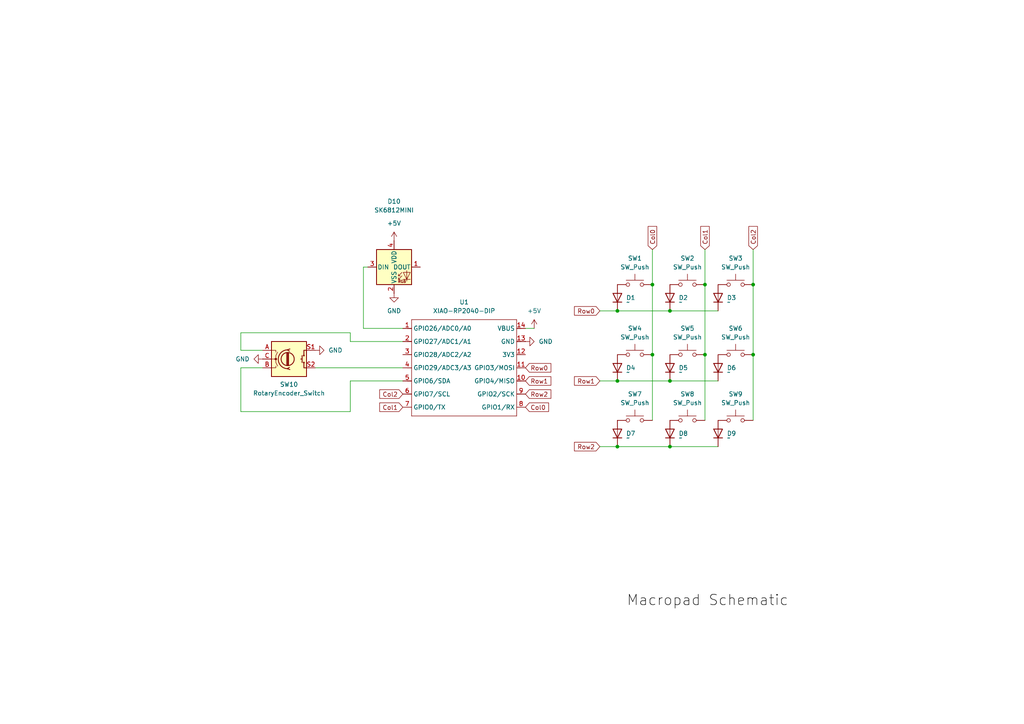
<source format=kicad_sch>
(kicad_sch (version 20231120) (generator "eeschema") (generator_version "8.0")
  (paper "A4")
  (lib_symbols
    (symbol "Device:D" (pin_numbers hide) (pin_names (offset 1.016) hide)
      (property "Reference" "D" (at 0 2.54 0))
      (property "Value" "D" (at 0 -2.54 0))
      (symbol "D_0_1"
        (polyline (pts (xy -1.27 1.27) (xy -1.27 -1.27)) (stroke (width 0.254)))
        (polyline (pts (xy 1.27 0) (xy -1.27 0)))
        (polyline (pts (xy 1.27 1.27) (xy 1.27 -1.27) (xy -1.27 0) (xy 1.27 1.27)) (stroke (width 0.254)))
      )
      (symbol "D_1_1"
        (pin passive line (at -3.81 0 0) (length 2.54) (name "K") (number "1"))
        (pin passive line (at 3.81 0 180) (length 2.54) (name "A") (number "2"))
      )
    )
    (symbol "Device:RotaryEncoder_Switch" (pin_names (offset 0.254) hide)
      (property "Reference" "SW" (at 0 6.604 0))
      (property "Value" "RotaryEncoder_Switch" (at 0 -6.604 0))
      (symbol "RotaryEncoder_Switch_0_1"
        (rectangle (start -5.08 5.08) (end 5.08 -5.08) (stroke (width 0.254)) (fill (type background)))
        (circle (center -3.81 0) (radius 0.254) (fill (type outline)))
        (circle (center -0.381 0) (radius 1.905) (stroke (width 0.254)))
        (arc (start -0.381 2.667) (mid -3.0988 -0.0635) (end -0.381 -2.794) (stroke (width 0.254)))
        (polyline (pts (xy -0.635 -1.778) (xy -0.635 1.778)) (stroke (width 0.254)))
        (polyline (pts (xy -0.381 -1.778) (xy -0.381 1.778)) (stroke (width 0.254)))
        (polyline (pts (xy -0.127 1.778) (xy -0.127 -1.778)) (stroke (width 0.254)))
        (polyline (pts (xy 3.81 0) (xy 3.429 0)) (stroke (width 0.254)))
        (polyline (pts (xy 3.81 1.016) (xy 3.81 -1.016)) (stroke (width 0.254)))
        (polyline (pts (xy -5.08 -2.54) (xy -3.81 -2.54) (xy -3.81 -2.032)))
        (polyline (pts (xy -5.08 2.54) (xy -3.81 2.54) (xy -3.81 2.032)))
        (polyline (pts (xy 0.254 -3.048) (xy -0.508 -2.794) (xy 0.127 -2.413)) (stroke (width 0.254)))
        (polyline (pts (xy 0.254 2.921) (xy -0.508 2.667) (xy 0.127 2.286)) (stroke (width 0.254)))
        (polyline (pts (xy 5.08 -2.54) (xy 4.318 -2.54) (xy 4.318 -1.016)) (stroke (width 0.254)))
        (polyline (pts (xy 5.08 2.54) (xy 4.318 2.54) (xy 4.318 1.016)) (stroke (width 0.254)))
        (polyline (pts (xy -5.08 0) (xy -3.81 0) (xy -3.81 -1.016) (xy -3.302 -2.032)))
        (polyline (pts (xy -4.318 0) (xy -3.81 0) (xy -3.81 1.016) (xy -3.302 2.032)))
        (circle (center 4.318 -1.016) (radius 0.127) (stroke (width 0.254)))
        (circle (center 4.318 1.016) (radius 0.127) (stroke (width 0.254)))
      )
      (symbol "RotaryEncoder_Switch_1_1"
        (pin passive line (at -7.62 2.54 0) (length 2.54) (name "A") (number "A"))
        (pin passive line (at -7.62 -2.54 0) (length 2.54) (name "B") (number "B"))
        (pin passive line (at -7.62 0 0) (length 2.54) (name "C") (number "C"))
        (pin passive line (at 7.62 2.54 180) (length 2.54) (name "S1") (number "S1"))
        (pin passive line (at 7.62 -2.54 180) (length 2.54) (name "S2") (number "S2"))
      )
    )
    (symbol "LED:SK6812MINI" (pin_names (offset 0.254))
      (property "Reference" "D" (at 5.08 5.715 0))
      (property "Value" "SK6812MINI" (at 1.27 -5.715 0))
      (symbol "SK6812MINI_0_0"
        (text "RGB" (at 2.286 -4.191 0) (effects (font (size 0.762 0.762))))
      )
      (symbol "SK6812MINI_0_1"
        (polyline (pts (xy 1.27 -3.556) (xy 1.778 -3.556)))
        (polyline (pts (xy 1.27 -2.54) (xy 1.778 -2.54)))
        (polyline (pts (xy 4.699 -3.556) (xy 2.667 -3.556)))
        (polyline (pts (xy 2.286 -2.54) (xy 1.27 -3.556) (xy 1.27 -3.048)))
        (polyline (pts (xy 2.286 -1.524) (xy 1.27 -2.54) (xy 1.27 -2.032)))
        (polyline (pts (xy 3.683 -1.016) (xy 3.683 -3.556) (xy 3.683 -4.064)))
        (polyline (pts (xy 4.699 -1.524) (xy 2.667 -1.524) (xy 3.683 -3.556) (xy 4.699 -1.524)))
        (rectangle (start 5.08 5.08) (end -5.08 -5.08) (stroke (width 0.254)) (fill (type background)))
      )
      (symbol "SK6812MINI_1_1"
        (pin output line (at 7.62 0 180) (length 2.54) (name "DOUT") (number "1"))
        (pin power_in line (at 0 -7.62 90) (length 2.54) (name "VSS") (number "2"))
        (pin input line (at -7.62 0 0) (length 2.54) (name "DIN") (number "3"))
        (pin power_in line (at 0 7.62 270) (length 2.54) (name "VDD") (number "4"))
      )
    )
    (symbol "OPL:XIAO-RP2040-DIP"
      (property "Reference" "U" (at 0 0 0))
      (property "Value" "XIAO-RP2040-DIP" (at 5.334 -1.778 0))
      (symbol "XIAO-RP2040-DIP_1_0"
        (polyline (pts (xy -1.27 -30.48) (xy -1.27 -16.51)) (stroke (width 0.1524)))
        (polyline (pts (xy -1.27 -27.94) (xy -2.54 -27.94)) (stroke (width 0.1524)))
        (polyline (pts (xy -1.27 -24.13) (xy -2.54 -24.13)) (stroke (width 0.1524)))
        (polyline (pts (xy -1.27 -20.32) (xy -2.54 -20.32)) (stroke (width 0.1524)))
        (polyline (pts (xy -1.27 -16.51) (xy -2.54 -16.51)) (stroke (width 0.1524)))
        (polyline (pts (xy -1.27 -16.51) (xy -1.27 -12.7)) (stroke (width 0.1524)))
        (polyline (pts (xy -1.27 -12.7) (xy -2.54 -12.7)) (stroke (width 0.1524)))
        (polyline (pts (xy -1.27 -12.7) (xy -1.27 -8.89)) (stroke (width 0.1524)))
        (polyline (pts (xy -1.27 -8.89) (xy -2.54 -8.89)) (stroke (width 0.1524)))
        (polyline (pts (xy -1.27 -8.89) (xy -1.27 -5.08)) (stroke (width 0.1524)))
        (polyline (pts (xy -1.27 -5.08) (xy -2.54 -5.08)) (stroke (width 0.1524)))
        (polyline (pts (xy -1.27 -5.08) (xy -1.27 -2.54)) (stroke (width 0.1524)))
        (polyline (pts (xy -1.27 -2.54) (xy 29.21 -2.54)) (stroke (width 0.1524)))
        (polyline (pts (xy 29.21 -30.48) (xy -1.27 -30.48)) (stroke (width 0.1524)))
        (polyline (pts (xy 29.21 -12.7) (xy 29.21 -30.48)) (stroke (width 0.1524)))
        (polyline (pts (xy 29.21 -8.89) (xy 29.21 -12.7)) (stroke (width 0.1524)))
        (polyline (pts (xy 29.21 -5.08) (xy 29.21 -8.89)) (stroke (width 0.1524)))
        (polyline (pts (xy 29.21 -2.54) (xy 29.21 -5.08)) (stroke (width 0.1524)))
        (polyline (pts (xy 30.48 -27.94) (xy 29.21 -27.94)) (stroke (width 0.1524)))
        (polyline (pts (xy 30.48 -24.13) (xy 29.21 -24.13)) (stroke (width 0.1524)))
        (polyline (pts (xy 30.48 -20.32) (xy 29.21 -20.32)) (stroke (width 0.1524)))
        (polyline (pts (xy 30.48 -16.51) (xy 29.21 -16.51)) (stroke (width 0.1524)))
        (polyline (pts (xy 30.48 -12.7) (xy 29.21 -12.7)) (stroke (width 0.1524)))
        (polyline (pts (xy 30.48 -8.89) (xy 29.21 -8.89)) (stroke (width 0.1524)))
        (polyline (pts (xy 30.48 -5.08) (xy 29.21 -5.08)) (stroke (width 0.1524)))
        (pin passive line (at -3.81 -5.08 0) (length 2.54) (name "GPIO26/ADC0/A0") (number "1"))
        (pin passive line (at 31.75 -20.32 180) (length 2.54) (name "GPIO4/MISO") (number "10"))
        (pin passive line (at 31.75 -16.51 180) (length 2.54) (name "GPIO3/MOSI") (number "11"))
        (pin passive line (at 31.75 -12.7 180) (length 2.54) (name "3V3") (number "12"))
        (pin passive line (at 31.75 -8.89 180) (length 2.54) (name "GND") (number "13"))
        (pin passive line (at 31.75 -5.08 180) (length 2.54) (name "VBUS") (number "14"))
        (pin passive line (at -3.81 -8.89 0) (length 2.54) (name "GPIO27/ADC1/A1") (number "2"))
        (pin passive line (at -3.81 -12.7 0) (length 2.54) (name "GPIO28/ADC2/A2") (number "3"))
        (pin passive line (at -3.81 -16.51 0) (length 2.54) (name "GPIO29/ADC3/A3") (number "4"))
        (pin passive line (at -3.81 -20.32 0) (length 2.54) (name "GPIO6/SDA") (number "5"))
        (pin passive line (at -3.81 -24.13 0) (length 2.54) (name "GPIO7/SCL") (number "6"))
        (pin passive line (at -3.81 -27.94 0) (length 2.54) (name "GPIO0/TX") (number "7"))
        (pin passive line (at 31.75 -27.94 180) (length 2.54) (name "GPIO1/RX") (number "8"))
        (pin passive line (at 31.75 -24.13 180) (length 2.54) (name "GPIO2/SCK") (number "9"))
      )
    )
    (symbol "Switch:SW_Push" (pin_numbers hide) (pin_names (offset 1.016) hide)
      (property "Reference" "SW" (at 1.27 2.54 0))
      (property "Value" "SW_Push" (at 0 -1.524 0))
      (symbol "SW_Push_0_1"
        (circle (center -2.032 0) (radius 0.508))
        (polyline (pts (xy 0 1.27) (xy 0 3.048)))
        (polyline (pts (xy 2.54 1.27) (xy -2.54 1.27)))
        (circle (center 2.032 0) (radius 0.508))
        (pin passive line (at -5.08 0 0) (length 2.54) (name "1") (number "1"))
        (pin passive line (at 5.08 0 180) (length 2.54) (name "2") (number "2"))
      )
    )
    (symbol "power:+5V" (power) (pin_numbers hide) (pin_names (offset 0) hide)
      (property "Value" "+5V" (at 0 3.556 0))
      (symbol "+5V_0_1"
        (polyline (pts (xy -0.762 1.27) (xy 0 2.54)))
        (polyline (pts (xy 0 0) (xy 0 2.54)))
        (polyline (pts (xy 0 2.54) (xy 0.762 1.27)))
      )
      (symbol "+5V_1_1"
        (pin power_in line (at 0 0 90) (length 0) (name "~") (number "1"))
      )
    )
    (symbol "power:GND" (power) (pin_numbers hide) (pin_names (offset 0) hide)
      (property "Value" "GND" (at 0 -3.81 0))
      (symbol "GND_0_1"
        (polyline (pts (xy 0 0) (xy 0 -1.27) (xy 1.27 -1.27) (xy 0 -2.54) (xy -1.27 -1.27) (xy 0 -1.27)))
      )
      (symbol "GND_1_1"
        (pin power_in line (at 0 0 270) (length 0) (name "~") (number "1"))
      )
    )
  )
  (junction (at 194.31 129.54))
  (junction (at 179.07 129.54))
  (junction (at 218.44 82.55))
  (junction (at 204.47 82.55))
  (junction (at 189.23 102.87))
  (junction (at 204.47 102.87))
  (junction (at 218.44 102.87))
  (junction (at 179.07 110.49))
  (junction (at 194.31 90.17))
  (junction (at 194.31 110.49))
  (junction (at 189.23 82.55))
  (junction (at 179.07 90.17))
  (wire (pts (xy 204.47 82.55) (xy 204.47 102.87)))
  (wire (pts (xy 69.85 119.38) (xy 101.6 119.38)))
  (wire (pts (xy 69.85 106.68) (xy 69.85 119.38)))
  (wire (pts (xy 218.44 102.87) (xy 218.44 121.92)))
  (wire (pts (xy 173.99 110.49) (xy 179.07 110.49)))
  (wire (pts (xy 101.6 110.49) (xy 116.84 110.49)))
  (wire (pts (xy 179.07 90.17) (xy 194.31 90.17)))
  (wire (pts (xy 69.85 96.52) (xy 101.6 96.52)))
  (wire (pts (xy 69.85 101.6) (xy 69.85 96.52)))
  (wire (pts (xy 105.41 95.25) (xy 116.84 95.25)))
  (wire (pts (xy 101.6 96.52) (xy 101.6 99.06)))
  (wire (pts (xy 101.6 119.38) (xy 101.6 110.49)))
  (wire (pts (xy 218.44 82.55) (xy 218.44 102.87)))
  (wire (pts (xy 173.99 129.54) (xy 179.07 129.54)))
  (wire (pts (xy 76.2 101.6) (xy 69.85 101.6)))
  (wire (pts (xy 189.23 102.87) (xy 189.23 121.92)))
  (wire (pts (xy 105.41 95.25) (xy 105.41 77.47)))
  (wire (pts (xy 105.41 77.47) (xy 106.68 77.47)))
  (wire (pts (xy 179.07 129.54) (xy 194.31 129.54)))
  (wire (pts (xy 204.47 72.39) (xy 204.47 82.55)))
  (wire (pts (xy 194.31 129.54) (xy 208.28 129.54)))
  (wire (pts (xy 179.07 110.49) (xy 194.31 110.49)))
  (wire (pts (xy 204.47 102.87) (xy 204.47 121.92)))
  (wire (pts (xy 91.44 106.68) (xy 116.84 106.68)))
  (wire (pts (xy 101.6 99.06) (xy 116.84 99.06)))
  (wire (pts (xy 152.4 95.25) (xy 154.94 95.25)))
  (wire (pts (xy 76.2 106.68) (xy 69.85 106.68)))
  (wire (pts (xy 194.31 110.49) (xy 208.28 110.49)))
  (wire (pts (xy 218.44 72.39) (xy 218.44 82.55)))
  (wire (pts (xy 189.23 82.55) (xy 189.23 102.87)))
  (wire (pts (xy 194.31 90.17) (xy 208.28 90.17)))
  (wire (pts (xy 189.23 72.39) (xy 189.23 82.55)))
  (wire (pts (xy 173.99 90.17) (xy 179.07 90.17)))
  (text "Macropad Schematic" (at 205.232 174.244 0) (effects (font (size 3 3))))
  (global_label "Row2" (shape input) (at 173.99 129.54 180) (property "Intersheetrefs" "${INTERSHEET_REFS}" (effects (hide yes))))
  (global_label "Col2" (shape input) (at 116.84 114.3 180) (property "Intersheetrefs" "${INTERSHEET_REFS}" (effects (hide yes))))
  (global_label "Row1" (shape input) (at 173.99 110.49 180) (property "Intersheetrefs" "${INTERSHEET_REFS}" (effects (hide yes))))
  (global_label "Row0" (shape input) (at 152.4 106.68 0) (property "Intersheetrefs" "${INTERSHEET_REFS}" (effects (hide yes))))
  (global_label "Col1" (shape input) (at 204.47 72.39 90) (property "Intersheetrefs" "${INTERSHEET_REFS}" (effects (hide yes))))
  (global_label "Col2" (shape input) (at 218.44 72.39 90) (property "Intersheetrefs" "${INTERSHEET_REFS}" (effects (hide yes))))
  (global_label "Col0" (shape input) (at 152.4 118.11 0) (property "Intersheetrefs" "${INTERSHEET_REFS}" (effects (hide yes))))
  (global_label "Row2" (shape input) (at 152.4 114.3 0) (property "Intersheetrefs" "${INTERSHEET_REFS}" (effects (hide yes))))
  (global_label "Row1" (shape input) (at 152.4 110.49 0) (property "Intersheetrefs" "${INTERSHEET_REFS}" (effects (hide yes))))
  (global_label "Col0" (shape input) (at 189.23 72.39 90) (property "Intersheetrefs" "${INTERSHEET_REFS}" (effects (hide yes))))
  (global_label "Col1" (shape input) (at 116.84 118.11 180) (property "Intersheetrefs" "${INTERSHEET_REFS}" (effects (hide yes))))
  (global_label "Row0" (shape input) (at 173.99 90.17 180) (property "Intersheetrefs" "${INTERSHEET_REFS}" (effects (hide yes))))
  (symbol (lib_id "Device:D") (at 208.28 125.73 90) (unit 1)
    (property "Reference" "D9" (at 210.82 125.73 90) (effects (justify right)))
    (property "Value" "~" (at 210.82 126.9999 90) (effects (justify right)))
    (property "Footprint" "Diode_THT:D_A-405_P5.08mm_Vertical_AnodeUp" (effects (hide yes)))
    (property "Description" "Diode" (effects (hide yes)))
    (property "Sim.Device" "D" (effects (hide yes)))
    (property "Sim.Pins" "1=K 2=A" (effects (hide yes)))
  )
  (symbol (lib_id "OPL:XIAO-RP2040-DIP") (at 120.65 90.17 0) (unit 1)
    (property "Reference" "U1" (at 134.62 87.63 0))
    (property "Value" "XIAO-RP2040-DIP" (at 134.62 90.17 0))
    (property "Footprint" "OPL:XIAO-RP2040-DIP" (effects (hide yes)))
  )
  (symbol (lib_id "LED:SK6812MINI") (at 114.3 77.47 0) (unit 1)
    (property "Reference" "D10" (at 114.3 58.42 0))
    (property "Value" "SK6812MINI" (at 114.3 60.96 0))
    (property "Footprint" "LED_SMD:LED_SK6812MINI_PLCC4_3.5x3.5mm_P1.75mm" (effects (hide yes)))
    (property "Datasheet" "https://cdn-shop.adafruit.com/product-files/2686/SK6812MINI_REV.01-1-2.pdf" (effects (hide yes)))
    (property "Description" "RGB LED with integrated controller" (effects (hide yes)))
  )
  (symbol (lib_id "Switch:SW_Push") (at 213.36 82.55 0) (unit 1)
    (property "Reference" "SW3" (at 213.36 74.93 0))
    (property "Value" "SW_Push" (at 213.36 77.47 0))
    (property "Footprint" "Button_Switch_Keyboard:SW_Cherry_MX_1.00u_PCB" (effects (hide yes)))
    (property "Description" "Push button switch, generic, two pins" (effects (hide yes)))
  )
  (symbol (lib_id "Device:D") (at 194.31 125.73 90) (unit 1)
    (property "Reference" "D8" (at 196.85 125.73 90) (effects (justify right)))
    (property "Value" "~" (at 196.85 126.9999 90) (effects (justify right)))
    (property "Footprint" "Diode_THT:D_A-405_P5.08mm_Vertical_AnodeUp" (effects (hide yes)))
    (property "Description" "Diode" (effects (hide yes)))
    (property "Sim.Device" "D" (effects (hide yes)))
    (property "Sim.Pins" "1=K 2=A" (effects (hide yes)))
  )
  (symbol (lib_id "Switch:SW_Push") (at 184.15 82.55 0) (unit 1)
    (property "Reference" "SW1" (at 184.15 74.93 0))
    (property "Value" "SW_Push" (at 184.15 77.47 0))
    (property "Footprint" "Button_Switch_Keyboard:SW_Cherry_MX_1.00u_PCB" (effects (hide yes)))
    (property "Description" "Push button switch, generic, two pins" (effects (hide yes)))
  )
  (symbol (lib_id "Device:RotaryEncoder_Switch") (at 83.82 104.14 0) (unit 1)
    (property "Reference" "SW10" (at 83.82 111.506 0))
    (property "Value" "RotaryEncoder_Switch" (at 83.82 114.046 0))
    (property "Footprint" "RotaryEncoder_Alps_EC11E-Switch_Vertical_H20mm" (effects (hide yes)))
    (property "Description" "Rotary encoder, dual channel, incremental quadrate outputs, with switch" (effects (hide yes)))
  )
  (symbol (lib_id "Switch:SW_Push") (at 213.36 121.92 0) (unit 1)
    (property "Reference" "SW9" (at 213.36 114.3 0))
    (property "Value" "SW_Push" (at 213.36 116.84 0))
    (property "Footprint" "Button_Switch_Keyboard:SW_Cherry_MX_1.00u_PCB" (effects (hide yes)))
    (property "Description" "Push button switch, generic, two pins" (effects (hide yes)))
  )
  (symbol (lib_id "power:+5V") (at 114.3 69.85 0) (unit 1)
    (property "Reference" "#PWR02" (effects (hide yes)))
    (property "Value" "+5V" (at 114.3 64.77 0))
    (property "Description" "Power symbol creates a global label with name \"+5V\"" (effects (hide yes)))
  )
  (symbol (lib_id "Switch:SW_Push") (at 184.15 121.92 0) (unit 1)
    (property "Reference" "SW7" (at 184.15 114.3 0))
    (property "Value" "SW_Push" (at 184.15 116.84 0))
    (property "Footprint" "Button_Switch_Keyboard:SW_Cherry_MX_1.00u_PCB" (effects (hide yes)))
    (property "Description" "Push button switch, generic, two pins" (effects (hide yes)))
  )
  (symbol (lib_id "power:GND") (at 114.3 85.09 0) (unit 1)
    (property "Reference" "#PWR01" (effects (hide yes)))
    (property "Value" "GND" (at 114.3 90.17 0))
    (property "Description" "Power symbol creates a global label with name \"GND\" , ground" (effects (hide yes)))
  )
  (symbol (lib_id "power:GND") (at 91.44 101.6 90) (unit 1)
    (property "Reference" "#PWR03" (effects (hide yes)))
    (property "Value" "GND" (at 95.25 101.5999 90) (effects (justify right)))
    (property "Description" "Power symbol creates a global label with name \"GND\" , ground" (effects (hide yes)))
  )
  (symbol (lib_id "Switch:SW_Push") (at 213.36 102.87 0) (unit 1)
    (property "Reference" "SW6" (at 213.36 95.25 0))
    (property "Value" "SW_Push" (at 213.36 97.79 0))
    (property "Footprint" "Button_Switch_Keyboard:SW_Cherry_MX_1.00u_PCB" (effects (hide yes)))
    (property "Description" "Push button switch, generic, two pins" (effects (hide yes)))
  )
  (symbol (lib_id "Device:D") (at 208.28 106.68 90) (unit 1)
    (property "Reference" "D6" (at 210.82 106.68 90) (effects (justify right)))
    (property "Value" "~" (at 210.82 107.9499 90) (effects (justify right)))
    (property "Footprint" "Diode_THT:D_A-405_P5.08mm_Vertical_AnodeUp" (effects (hide yes)))
    (property "Description" "Diode" (effects (hide yes)))
    (property "Sim.Device" "D" (effects (hide yes)))
    (property "Sim.Pins" "1=K 2=A" (effects (hide yes)))
  )
  (symbol (lib_id "power:GND") (at 76.2 104.14 270) (unit 1)
    (property "Reference" "#PWR06" (effects (hide yes)))
    (property "Value" "GND" (at 72.39 104.1399 90) (effects (justify right)))
    (property "Description" "Power symbol creates a global label with name \"GND\" , ground" (effects (hide yes)))
  )
  (symbol (lib_id "Device:D") (at 194.31 106.68 90) (unit 1)
    (property "Reference" "D5" (at 196.85 106.68 90) (effects (justify right)))
    (property "Value" "~" (at 196.85 107.9499 90) (effects (justify right)))
    (property "Footprint" "Diode_THT:D_A-405_P5.08mm_Vertical_AnodeUp" (effects (hide yes)))
    (property "Description" "Diode" (effects (hide yes)))
    (property "Sim.Device" "D" (effects (hide yes)))
    (property "Sim.Pins" "1=K 2=A" (effects (hide yes)))
  )
  (symbol (lib_id "Device:D") (at 179.07 125.73 90) (unit 1)
    (property "Reference" "D7" (at 181.61 125.73 90) (effects (justify right)))
    (property "Value" "~" (at 181.61 126.9999 90) (effects (justify right)))
    (property "Footprint" "Diode_THT:D_A-405_P5.08mm_Vertical_AnodeUp" (effects (hide yes)))
    (property "Description" "Diode" (effects (hide yes)))
    (property "Sim.Device" "D" (effects (hide yes)))
    (property "Sim.Pins" "1=K 2=A" (effects (hide yes)))
  )
  (symbol (lib_id "power:+5V") (at 154.94 95.25 0) (unit 1)
    (property "Reference" "#PWR04" (effects (hide yes)))
    (property "Value" "+5V" (at 154.94 90.17 0))
    (property "Description" "Power symbol creates a global label with name \"+5V\"" (effects (hide yes)))
  )
  (symbol (lib_id "Device:D") (at 208.28 86.36 90) (unit 1)
    (property "Reference" "D3" (at 210.82 86.36 90) (effects (justify right)))
    (property "Value" "~" (at 210.82 87.6299 90) (effects (justify right)))
    (property "Footprint" "Diode_THT:D_A-405_P5.08mm_Vertical_AnodeUp" (effects (hide yes)))
    (property "Description" "Diode" (effects (hide yes)))
    (property "Sim.Device" "D" (effects (hide yes)))
    (property "Sim.Pins" "1=K 2=A" (effects (hide yes)))
  )
  (symbol (lib_id "Device:D") (at 179.07 106.68 90) (unit 1)
    (property "Reference" "D4" (at 181.61 106.68 90) (effects (justify right)))
    (property "Value" "~" (at 181.61 107.9499 90) (effects (justify right)))
    (property "Footprint" "Diode_THT:D_A-405_P5.08mm_Vertical_AnodeUp" (effects (hide yes)))
    (property "Description" "Diode" (effects (hide yes)))
    (property "Sim.Device" "D" (effects (hide yes)))
    (property "Sim.Pins" "1=K 2=A" (effects (hide yes)))
  )
  (symbol (lib_id "Switch:SW_Push") (at 199.39 102.87 0) (unit 1)
    (property "Reference" "SW5" (at 199.39 95.25 0))
    (property "Value" "SW_Push" (at 199.39 97.79 0))
    (property "Footprint" "Button_Switch_Keyboard:SW_Cherry_MX_1.00u_PCB" (effects (hide yes)))
    (property "Description" "Push button switch, generic, two pins" (effects (hide yes)))
  )
  (symbol (lib_id "Switch:SW_Push") (at 199.39 121.92 0) (unit 1)
    (property "Reference" "SW8" (at 199.39 114.3 0))
    (property "Value" "SW_Push" (at 199.39 116.84 0))
    (property "Footprint" "Button_Switch_Keyboard:SW_Cherry_MX_1.00u_PCB" (effects (hide yes)))
    (property "Description" "Push button switch, generic, two pins" (effects (hide yes)))
  )
  (symbol (lib_id "Device:D") (at 179.07 86.36 90) (unit 1)
    (property "Reference" "D1" (at 181.61 86.36 90) (effects (justify right)))
    (property "Value" "~" (at 181.61 87.6299 90) (effects (justify right)))
    (property "Footprint" "Diode_THT:D_A-405_P5.08mm_Vertical_AnodeUp" (effects (hide yes)))
    (property "Description" "Diode" (effects (hide yes)))
    (property "Sim.Device" "D" (effects (hide yes)))
    (property "Sim.Pins" "1=K 2=A" (effects (hide yes)))
  )
  (symbol (lib_id "Switch:SW_Push") (at 199.39 82.55 0) (unit 1)
    (property "Reference" "SW2" (at 199.39 74.93 0))
    (property "Value" "SW_Push" (at 199.39 77.47 0))
    (property "Footprint" "Button_Switch_Keyboard:SW_Cherry_MX_1.00u_PCB" (effects (hide yes)))
    (property "Description" "Push button switch, generic, two pins" (effects (hide yes)))
  )
  (symbol (lib_id "power:GND") (at 152.4 99.06 90) (unit 1)
    (property "Reference" "#PWR05" (effects (hide yes)))
    (property "Value" "GND" (at 156.21 99.0599 90) (effects (justify right)))
    (property "Description" "Power symbol creates a global label with name \"GND\" , ground" (effects (hide yes)))
  )
  (symbol (lib_id "Device:D") (at 194.31 86.36 90) (unit 1)
    (property "Reference" "D2" (at 196.85 86.36 90) (effects (justify right)))
    (property "Value" "~" (at 196.85 87.6299 90) (effects (justify right)))
    (property "Footprint" "Diode_THT:D_A-405_P5.08mm_Vertical_AnodeUp" (effects (hide yes)))
    (property "Description" "Diode" (effects (hide yes)))
    (property "Sim.Device" "D" (effects (hide yes)))
    (property "Sim.Pins" "1=K 2=A" (effects (hide yes)))
  )
  (symbol (lib_id "Switch:SW_Push") (at 184.15 102.87 0) (unit 1)
    (property "Reference" "SW4" (at 184.15 95.25 0))
    (property "Value" "SW_Push" (at 184.15 97.79 0))
    (property "Footprint" "Button_Switch_Keyboard:SW_Cherry_MX_1.00u_PCB" (effects (hide yes)))
    (property "Description" "Push button switch, generic, two pins" (effects (hide yes)))
  )
)
</source>
